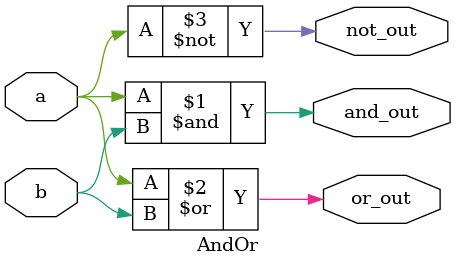
<source format=v>
module AndOr(a, b, and_out, or_out, not_out);
	input		a, b;
	output 	and_out, or_out, not_out;
	
	assign 	and_out=a&b;
	assign 	or_out=a|b;
	assign 	not_out=~a;
endmodule



</source>
